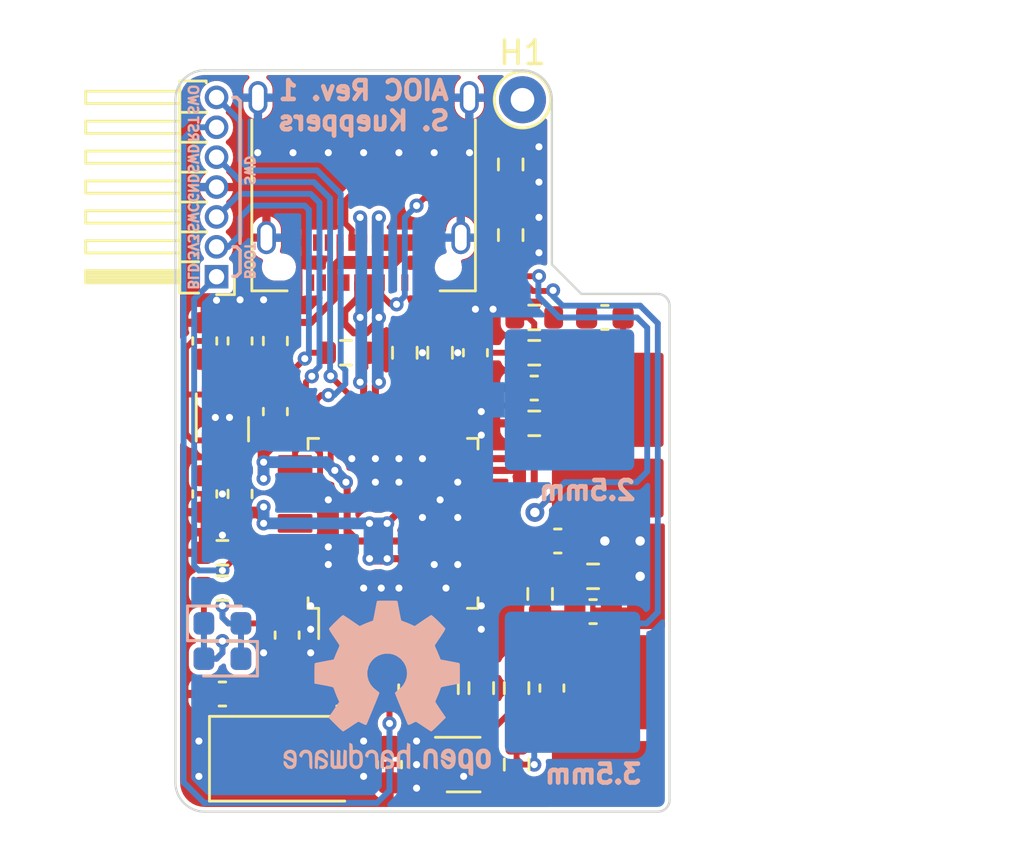
<source format=kicad_pcb>
(kicad_pcb (version 20211014) (generator pcbnew)
  (layers (0 "F.Cu" signal) (31 "B.Cu" signal) (34 "B.Paste" user) (35 "F.Paste" user) (36 "B.SilkS" user "B.Silkscreen") (37 "F.SilkS" user "F.Silkscreen") (38 "B.Mask" user) (39 "F.Mask" user) (44 "Edge.Cuts" user))
  (net 0 "")
  (net 1 "GND")
  (net 2 "/OSCIN")
  (net 3 "/OSCOUT")
  (net 13 "/SWCLK")
  (net 23 "/SWDIO")
  (net 24 "/USB-DP")
  (net 25 "/USB-DN")
  (net 26 "Net-(C3-Pad1)")
  (net 29 "+3V3")
  (net 30 "+3.3VA")
  (net 31 "/VIN")
  (net 32 "/VBUS")
  (net 33 "Net-(C12-Pad1)")
  (net 34 "Net-(C14-Pad1)")
  (net 35 "Net-(J1-PadB5)")
  (net 36 "Net-(J1-PadA5)")
  (net 37 "/USART-RX")
  (net 38 "Net-(Q1-Pad3)")
  (net 39 "Net-(Q1-Pad6)")
  (net 40 "/USART-TX")
  (net 41 "/PTT1")
  (net 42 "/PTT2")
  (net 43 "/AFIN")
  (net 44 "/RADIO-MIC")
  (net 45 "/RADIO-SPK")
  (net 46 "/AFOUT")
  (net 47 "/RADIO-RX-PTT1")
  (net 48 "/RADIO-TX")
  (net 49 "/RADIO-VP-PTT2")
  (net 50 "/NRST")
  (net 51 "/SWO")
  (net 52 "/BOOT0")
  (net 53 "Net-(D1-Pad1)")
  (net 54 "Net-(D1-Pad2)")
  (net 55 "Net-(R15-Pad2)")
  (net 56 "Net-(Q1-Pad2)")
  (net 57 "Net-(Q1-Pad5)")
  (net 60 "Net-(U1-Pad7)")
  (footprint "Resistor_SMD:R_0603_1608Metric" (layer "F.Cu") (at 119 102.25 -90)
    (fp_text reference "R2" hide)
    (fp_text value "2.2K")
  )
  (footprint "LED_SMD:LED_0603_1608Metric" (layer "F.Cu") (at 105.5 105 180)
    (fp_text reference "D2" hide)
    (fp_text value "RED")
  )
  (footprint "Capacitor_SMD:C_0603_1608Metric" (layer "F.Cu") (at 118.75 93.5 180)
    (fp_text reference "C11" hide)
    (fp_text value "10n/NP0")
  )
  (footprint "Resistor_SMD:R_0603_1608Metric" (layer "F.Cu") (at 105.5 102)
    (fp_text reference "R15" hide)
    (fp_text value "220R")
  )
  (footprint "Connector_USB:USB_C_Receptacle_Amphenol_12401610E4-2A" (layer "F.Cu") (at 111.5 84 180)
    (fp_text reference "J1" hide)
    (fp_text value "12401832E402A")
  )
  (footprint "Capacitor_SMD:C_0603_1608Metric" (layer "F.Cu") (at 105.5 106.5 180)
    (fp_text reference "C1" hide)
    (fp_text value "22p/NP0")
  )
  (footprint "LED_SMD:LED_0603_1608Metric" (layer "F.Cu") (at 105.5 103.5)
    (fp_text reference "D1" hide)
    (fp_text value "GREEN")
  )
  (footprint "Capacitor_SMD:C_0603_1608Metric" (layer "F.Cu") (at 113.5 106.25 -90)
    (fp_text reference "C9" hide)
    (fp_text value "100n")
  )
  (footprint "Capacitor_SMD:C_0603_1608Metric" (layer "F.Cu") (at 121.25 103)
    (fp_text reference "C12" hide)
    (fp_text value "100n")
  )
  (footprint "Resistor_SMD:R_0603_1608Metric" (layer "F.Cu") (at 118 109.5 -90)
    (fp_text reference "R13" hide)
    (fp_text value "22R")
  )
  (footprint "Inductor_SMD:L_0603_1608Metric" (layer "F.Cu") (at 107.75 91.5 90)
    (fp_text reference "FB2" hide)
    (fp_text value "600R@100MHz")
  )
  (footprint "Resistor_SMD:R_0603_1608Metric" (layer "F.Cu") (at 114.75 92 -90)
    (fp_text reference "R8" hide)
    (fp_text value "220R")
  )
  (footprint "Resistor_SMD:R_0603_1608Metric" (layer "F.Cu") (at 116.5 106.25 -90)
    (fp_text reference "R11" hide)
    (fp_text value "2.2K")
  )
  (footprint "Resistor_SMD:R_0603_1608Metric" (layer "F.Cu") (at 113.25 92 -90)
    (fp_text reference "R9" hide)
    (fp_text value "220R")
  )
  (footprint "Package_QFP:LQFP-48_7x7mm_P0.5mm" (layer "F.Cu") (at 112.75 99.25 90)
    (fp_text reference "U2" hide)
    (fp_text value "STM32F373CBTx")
  )
  (footprint "Capacitor_SMD:C_0603_1608Metric" (layer "F.Cu") (at 106.25 91.5 90)
    (fp_text reference "C6" hide)
    (fp_text value "4.7u/10V/X5R")
  )
  (footprint "Resistor_SMD:R_0603_1608Metric" (layer "F.Cu") (at 121.25 101.5 180)
    (fp_text reference "R4" hide)
    (fp_text value "220R")
  )
  (footprint "Inductor_SMD:L_0603_1608Metric" (layer "F.Cu") (at 106.25 98 90)
    (fp_text reference "FB1" hide)
    (fp_text value "600R@100MHz")
  )
  (footprint "Capacitor_SMD:C_0603_1608Metric" (layer "F.Cu") (at 104.75 91.5 90)
    (fp_text reference "C3" hide)
    (fp_text value "100n")
  )
  (footprint "Capacitor_SMD:C_0603_1608Metric" (layer "F.Cu") (at 110.5 106.5)
    (fp_text reference "C2" hide)
    (fp_text value "22p/NP0")
  )
  (footprint "Resistor_SMD:R_0603_1608Metric" (layer "F.Cu") (at 115 106.25 -90)
    (fp_text reference "R10" hide)
    (fp_text value "2.2K")
  )
  (footprint "Capacitor_SMD:C_0603_1608Metric" (layer "F.Cu") (at 107.75 94.5 90)
    (fp_text reference "C4" hide)
    (fp_text value "4.7u/10V/X5R")
  )
  (footprint "Resistor_SMD:R_0603_1608Metric" (layer "F.Cu") (at 110.75 92)
    (fp_text reference "R1" hide)
    (fp_text value "1.5K")
  )
  (footprint "Capacitor_SMD:C_0603_1608Metric" (layer "F.Cu") (at 104.75 98 -90)
    (fp_text reference "C5" hide)
    (fp_text value "4.7u/10V/X5R")
  )
  (footprint "Package_TO_SOT_SMD:SOT-363_SC-70-6" (layer "F.Cu") (at 115.75 109.5)
    (fp_text reference "Q1" hide)
    (fp_text value "BC847BS")
  )
  (footprint "Capacitor_SMD:C_0603_1608Metric" (layer "F.Cu") (at 121.75 90.5)
    (fp_text reference "C14" hide)
    (fp_text value "4.7u/10V/X5R")
  )
  (footprint "Resistor_SMD:R_0603_1608Metric" (layer "F.Cu") (at 118.75 90.5)
    (fp_text reference "R5" hide)
    (fp_text value "2.2K")
  )
  (footprint "Capacitor_SMD:C_0603_1608Metric" (layer "F.Cu") (at 112.6 109.5 -90)
    (fp_text reference "C15" hide)
    (fp_text value "100n")
  )
  (footprint "Capacitor_SMD:C_0603_1608Metric" (layer "F.Cu") (at 119.75 100)
    (fp_text reference "C7" hide)
    (fp_text value "4.7u/10V/X5R")
  )
  (footprint "Connector_PinHeader_1.27mm:PinHeader_1x07_P1.27mm_Horizontal" (layer "F.Cu") (at 105.25 88.77 180)
    (fp_text reference "J2" hide)
    (fp_text value "Conn_01x07_Male")
  )
  (footprint "Capacitor_SMD:C_0603_1608Metric" (layer "F.Cu") (at 108.25 104 -90)
    (fp_text reference "C8" hide)
    (fp_text value "100n")
  )
  (footprint "Package_DFN_QFN:Micrel_MLF-8-1EP_2x2mm_P0.5mm_EP0.6x1.2mm" (layer "F.Cu") (at 105.5 94.75 -90)
    (fp_text reference "U1" hide)
    (fp_text value "MIC5330-SSYML")
  )
  (footprint "Resistor_SMD:R_0603_1608Metric" (layer "F.Cu") (at 118.75 92)
    (fp_text reference "R16" hide)
    (fp_text value "5.1K")
  )
  (footprint "Resistor_SMD:R_0603_1608Metric" (layer "F.Cu") (at 118.75 95)
    (fp_text reference "R3" hide)
    (fp_text value "5.1K")
  )
  (footprint "Capacitor_SMD:C_0603_1608Metric" (layer "F.Cu") (at 116.25 92 90)
    (fp_text reference "C10" hide)
    (fp_text value "4.7u/10V/X5R")
  )
  (footprint "Resistor_SMD:R_0603_1608Metric" (layer "F.Cu") (at 105.5 100.5)
    (fp_text reference "R14" hide)
    (fp_text value "2.2K")
  )
  (footprint "Resistor_SMD:R_0603_1608Metric" (layer "F.Cu") (at 117.75 84 -90)
    (fp_text reference "R6" hide)
    (fp_text value "5.1K")
  )
  (footprint "TestPoint:TestPoint_THTPad_D2.0mm_Drill1.0mm" (layer "F.Cu") (at 118.25 81.25)
    (fp_text reference "H1")
    (fp_text value "MountingHole")
  )
  (footprint "Capacitor_SMD:C_0603_1608Metric" (layer "F.Cu") (at 119.5 106.25 -90)
    (fp_text reference "C13" hide)
    (fp_text value "4.7u/10V/X5R")
  )
  (footprint "Crystal:Crystal_SMD_5032-2Pin_5.0x3.2mm" (layer "F.Cu") (at 108 109.25)
    (fp_text reference "Y1" hide)
    (fp_text value "8MHz/20pF")
  )
  (footprint "Resistor_SMD:R_0603_1608Metric" (layer "F.Cu") (at 118 106.25 -90)
    (fp_text reference "R12" hide)
    (fp_text value "22R")
  )
  (footprint "Resistor_SMD:R_0603_1608Metric" (layer "F.Cu") (at 117.75 87 90)
    (fp_text reference "R7" hide)
    (fp_text value "5.1K")
  )
  (footprint "LED_SMD:LED_0603_1608Metric" (layer "B.Cu") (at 105.5 105 180)
    (fp_text reference "D4" hide)
    (fp_text value "N.M.")
  )
  (footprint "LED_SMD:LED_0603_1608Metric" (layer "B.Cu") (at 105.5 103.5)
    (fp_text reference "D3" hide)
    (fp_text value "N.M.")
  )
  (footprint "Symbol:OSHW-Logo2_9.8x8mm_SilkScreen" (layer "B.Cu") (at 112.5 106.25 180)
    (fp_text reference "REF**" hide)
    (fp_text value "OSHW-Logo2_9.8x8mm_SilkScreen" hide)
  )
  (gr_line (start 106.1 81.15) (end 106.25 81.3) (layer "B.SilkS") (width 0.15))
  (gr_line (start 106.1 87.5) (end 106.25 87.65) (layer "B.SilkS") (width 0.15))
  (gr_line (start 106.1 88.75) (end 106.25 88.6) (layer "B.SilkS") (width 0.15))
  (gr_line (start 106.1 88.75) (end 105.95 88.75) (layer "B.SilkS") (width 0.15))
  (gr_line (start 106.1 87.5) (end 105.95 87.5) (layer "B.SilkS") (width 0.15))
  (gr_line (start 106.1 81.15) (end 105.95 81.15) (layer "B.SilkS") (width 0.15))
  (gr_line (start 106.25 87.35) (end 106.25 81.3) (layer "B.SilkS") (width 0.15))
  (gr_line (start 106.25 88.6) (end 106.25 87.65) (layer "B.SilkS") (width 0.15))
  (gr_line (start 119.5 88.25) (end 119.5 81.25) (layer "Edge.Cuts") (width 0.1))
  (gr_line (start 103.5 110.25) (end 103.5 81.25) (layer "Edge.Cuts") (width 0.1))
  (gr_line (start 120.75 89.5) (end 124 89.5) (layer "Edge.Cuts") (width 0.1))
  (gr_line (start 124.5 90) (end 124.5 111) (layer "Edge.Cuts") (width 0.1))
  (gr_line (start 124 111.5) (end 104.75 111.5) (layer "Edge.Cuts") (width 0.1))
  (gr_arc (start 124.5 111) (mid 124.353553 111.353553) (end 124 111.5) (layer "Edge.Cuts") (width 0.1))
  (gr_line (start 120.75 89.5) (end 119.5 88.25) (layer "Edge.Cuts") (width 0.1))
  (gr_arc (start 118.25 80) (mid 119.133883 80.366117) (end 119.5 81.25) (layer "Edge.Cuts") (width 0.1))
  (gr_arc (start 103.5 81.25) (mid 103.866117 80.366117) (end 104.75 80) (layer "Edge.Cuts") (width 0.1))
  (gr_line (start 106 80) (end 118.25 80) (layer "Edge.Cuts") (width 0.1))
  (gr_arc (start 124 89.5) (mid 124.353553 89.646447) (end 124.5 90) (layer "Edge.Cuts") (width 0.1))
  (gr_line (start 106 80) (end 104.75 80) (layer "Edge.Cuts") (width 0.1))
  (gr_arc (start 104.75 111.5) (mid 103.866117 111.133883) (end 103.5 110.25) (layer "Edge.Cuts") (width 0.1))
  (gr_text "RST" (at 104.25 82.5 270) (layer "B.SilkS") (effects (font (size 0.4 0.4) (thickness 0.1)) (justify mirror)))
  (gr_text "SWD" (at 104.25 83.75 270) (layer "B.SilkS") (effects (font (size 0.4 0.4) (thickness 0.1)) (justify mirror)))
  (gr_text "SWO" (at 104.25 81.25 270) (layer "B.SilkS") (effects (font (size 0.4 0.4) (thickness 0.1)) (justify mirror)))
  (gr_text "GND" (at 104.25 85 270) (layer "B.SilkS") (effects (font (size 0.4 0.4) (thickness 0.1)) (justify mirror)))
  (gr_text "BLD" (at 104.25 88.75 270) (layer "B.SilkS") (effects (font (size 0.4 0.4) (thickness 0.1)) (justify mirror)))
  (gr_text "3V3" (at 104.25 87.5 270) (layer "B.SilkS") (effects (font (size 0.4 0.4) (thickness 0.1)) (justify mirror)))
  (gr_text "AIOC Rev. 1\nS. Kueppers" (at 111.5 81.5) (layer "B.SilkS") (effects (font (size 0.8 0.8) (thickness 0.2)) (justify mirror)))
  (gr_text "3.5mm" (at 121.25 109.9) (layer "B.SilkS") (effects (font (size 0.8 0.8) (thickness 0.2)) (justify mirror)))
  (gr_text "SWD" (at 106.65 84.25 270) (layer "B.SilkS") (effects (font (size 0.4 0.4) (thickness 0.1)) (justify mirror)))
  (gr_text "2.5mm" (at 121 97.85) (layer "B.SilkS") (effects (font (size 0.8 0.8) (thickness 0.2)) (justify mirror)))
  (gr_text "SWC" (at 104.25 86.25 270) (layer "B.SilkS") (effects (font (size 0.4 0.4) (thickness 0.1)) (justify mirror)))
  (gr_text "BOOT" (at 106.65 88.1 270) (layer "B.SilkS") (effects (font (size 0.4 0.4) (thickness 0.1)) (justify mirror)))
  (segment (start 108.75 89.02) (end 108.75 88.416813) (width 0.25) (layer "F.Cu") (net 1))
  (segment (start 113.5 102.5) (end 113.5 103.4125) (width 0.3) (layer "F.Cu") (net 1))
  (segment (start 105.75 93.775) (end 105.75 94.7) (width 0.25) (layer "F.Cu") (net 1))
  (segment (start 113 102) (end 113.5 102.5) (width 0.3) (layer "F.Cu") (net 1))
  (segment (start 105.75 94.7) (end 105.8 94.75) (width 0.25) (layer "F.Cu") (net 1))
  (segment (start 109.5 101.5) (end 110 101) (width 0.3) (layer "F.Cu") (net 1))
  (segment (start 114.5 87.32) (end 114.5 87.916813) (width 0.25) (layer "F.Cu") (net 1))
  (segment (start 109 87.32) (end 109 88.166813) (width 0.25) (layer "F.Cu") (net 1))
  (segment (start 114.5 87.916813) (end 114.25 88.166813) (width 0.25) (layer "F.Cu") (net 1))
  (segment (start 114.25 89.02) (end 114.25 88.166813) (width 0.25) (layer "F.Cu") (net 1))
  (segment (start 108.75 88.416813) (end 109 88.166813) (width 0.25) (layer "F.Cu") (net 1))
  (segment (start 108.5875 101.5) (end 109.5 101.5) (width 0.3) (layer "F.Cu") (net 1))
  (via (at 116.5 103.75) (size 0.6) (drill 0.3) (layers "F.Cu" "B.Cu") (net 1))
  (via (at 115.5 97.5) (size 0.6) (drill 0.3) (layers "F.Cu" "B.Cu") (net 1))
  (via (at 113 83.5) (size 0.6) (drill 0.3) (layers "F.Cu" "B.Cu") (net 1))
  (via (at 105.8 94.75) (size 0.6) (drill 0.3) (layers "F.Cu" "B.Cu") (net 1))
  (via (at 116.5 94.5) (size 0.6) (drill 0.3) (layers "F.Cu" "B.Cu") (net 1))
  (via (at 118.95 83.25) (size 0.6) (drill 0.3) (layers "F.Cu" "B.Cu") (net 1))
  (via (at 104.5 108.5) (size 0.6) (drill 0.3) (layers "F.Cu" "B.Cu") (net 1))
  (via (at 115 102) (size 0.6) (drill 0.3) (layers "F.Cu" "B.Cu") (net 1))
  (via (at 116.5 102.75) (size 0.6) (drill 0.3) (layers "F.Cu" "B.Cu") (net 1))
  (via (at 113 96.5) (size 0.6) (drill 0.3) (layers "F.Cu" "B.Cu") (net 1))
  (via (at 110 100.25) (size 0.6) (drill 0.3) (layers "F.Cu" "B.Cu") (net 1))
  (via (at 118.95 84.75) (size 0.6) (drill 0.3) (layers "F.Cu" "B.Cu") (net 1))
  (via (at 109.25 103.75) (size 0.6) (drill 0.3) (layers "F.Cu" "B.Cu") (net 1))
  (via (at 112.25 102) (size 0.6) (drill 0.3) (layers "F.Cu" "B.Cu") (net 1))
  (via (at 107.25 89.75) (size 0.6) (drill 0.3) (layers "F.Cu" "B.Cu") (net 1))
  (via (at 111.5 108.5) (size 0.6) (drill 0.3) (layers "F.Cu" "B.Cu") (net 1))
  (via (at 112 97.5) (size 0.6) (drill 0.3) (layers "F.Cu" "B.Cu") (net 1))
  (via (at 105.25 89.769502) (size 0.6) (drill 0.3) (layers "F.Cu" "B.Cu") (net 1))
  (via (at 105.5 98) (size 0.6) (drill 0.3) (layers "F.Cu" "B.Cu") (net 1))
  (via (at 123.25 100) (size 0.8) (drill 0.4) (layers "F.Cu" "B.Cu") (net 1))
  (via (at 110 98.25) (size 0.6) (drill 0.3) (layers "F.Cu" "B.Cu") (net 1))
  (via (at 114 99) (size 0.6) (drill 0.3) (layers "F.Cu" "B.Cu") (net 1))
  (via (at 116 83.5) (size 0.6) (drill 0.3) (layers "F.Cu" "B.Cu") (net 1))
  (via (at 113.75 110.5) (size 0.6) (drill 0.3) (layers "F.Cu" "B.Cu") (net 1))
  (via (at 109.25 102.75) (size 0.6) (drill 0.3) (layers "F.Cu" "B.Cu") (net 1))
  (via (at 114.5 101) (size 0.6) (drill 0.3) (layers "F.Cu" "B.Cu") (net 1))
  (via (at 113.75 109.5) (size 0.6) (drill 0.3) (layers "F.Cu" "B.Cu") (net 1))
  (via (at 106.99973 83.498631) (size 0.6) (drill 0.3) (layers "F.Cu" "B.Cu") (net 1))
  (via (at 105.5 99.75) (size 0.6) (drill 0.3) (layers "F.Cu" "B.Cu") (net 1))
  (via (at 110 101) (size 0.6) (drill 0.3) (layers "F.Cu" "B.Cu") (net 1))
  (via (at 104.5 110) (size 0.6) (drill 0.3) (layers "F.Cu" "B.Cu") (net 1))
  (via (at 117 90.15) (size 0.6) (drill 0.3) (layers "F.Cu" "B.Cu") (net 1))
  (via (at 114 92) (size 0.6) (drill 0.3) (layers "F.Cu" "B.Cu") (net 1))
  (via (at 113 97.5) (size 0.6) (drill 0.3) (layers "F.Cu" "B.Cu") (net 1))
  (via (at 113 102) (size 0.6) (drill 0.3) (layers "F.Cu" "B.Cu") (net 1))
  (via (at 106.25 89.75) (size 0.6) (drill 0.3) (layers "F.Cu" "B.Cu") (net 1))
  (via (at 107.25 104.75) (size 0.6) (drill 0.3) (layers "F.Cu" "B.Cu") (net 1))
  (via (at 121.75 100) (size 0.8) (drill 0.4) (layers "F.Cu" "B.Cu") (net 1))
  (via (at 116.5 95.5) (size 0.6) (drill 0.3) (layers "F.Cu" "B.Cu") (net 1))
  (via (at 111.5 110) (size 0.6) (drill 0.3) (layers "F.Cu" "B.Cu") (net 1))
  (via (at 114.75 98.25) (size 0.6) (drill 0.3) (layers "F.Cu" "B.Cu") (net 1))
  (via (at 115.75 110) (size 0.6) (drill 0.3) (layers "F.Cu" "B.Cu") (net 1))
  (via (at 114 96.5) (size 0.6) (drill 0.3) (layers "F.Cu" "B.Cu") (net 1))
  (via (at 116.25 90.15) (size 0.6) (drill 0.3) (layers "F.Cu" "B.Cu") (net 1))
  (via (at 113.75 108.5) (size 0.6) (drill 0.3) (layers "F.Cu" "B.Cu") (net 1))
  (via (at 114.49913 83.499207) (size 0.6) (drill 0.3) (layers "F.Cu" "B.Cu") (net 1))
  (via (at 112 96.5) (size 0.6) (drill 0.3) (layers "F.Cu" "B.Cu") (net 1))
  (via (at 108.5 83.5) (size 0.6) (drill 0.3) (layers "F.Cu" "B.Cu") (net 1))
  (via (at 105.2 94.75) (size 0.6) (drill 0.3) (layers "F.Cu" "B.Cu") (net 1))
  (via (at 111.5 83.5) (size 0.6) (drill 0.3) (layers "F.Cu" "B.Cu") (net 1))
  (via (at 123.25 101.5) (size 0.8) (drill 0.4) (layers "F.Cu" "B.Cu") (net 1))
  (via (at 115.5 99) (size 0.6) (drill 0.3) (layers "F.Cu" "B.Cu") (net 1))
  (via (at 111 96.5) (size 0.6) (drill 0.3) (layers "F.Cu" "B.Cu") (net 1))
  (via (at 115.5 101) (size 0.6) (drill 0.3) (layers "F.Cu" "B.Cu") (net 1))
  (via (at 111.5 102) (size 0.6) (drill 0.3) (layers "F.Cu" "B.Cu") (net 1))
  (via (at 118.95 86.25) (size 0.6) (drill 0.3) (layers "F.Cu" "B.Cu") (net 1))
  (via (at 109.25 104.75) (size 0.6) (drill 0.3) (layers "F.Cu" "B.Cu") (net 1))
  (via (at 115.5 92) (size 0.6) (drill 0.3) (layers "F.Cu" "B.Cu") (net 1))
  (via (at 118.95 87.75) (size 0.6) (drill 0.3) (layers "F.Cu" "B.Cu") (net 1))
  (via (at 110 83.5) (size 0.6) (drill 0.3) (layers "F.Cu" "B.Cu") (net 1))
  (segment (start 106.275 109.125) (end 106.15 109.25) (width 0.25) (layer "F.Cu") (net 2))
  (segment (start 111.363604 105) (end 109.972183 105) (width 0.25) (layer "F.Cu") (net 2))
  (segment (start 108.472183 106.5) (end 106.275 106.5) (width 0.25) (layer "F.Cu") (net 2))
  (segment (start 112 104.363604) (end 111.363604 105) (width 0.25) (layer "F.Cu") (net 2))
  (segment (start 106.275 106.5) (end 106.275 109.125) (width 0.25) (layer "F.Cu") (net 2))
  (segment (start 112 103.4125) (end 112 104.363604) (width 0.25) (layer "F.Cu") (net 2))
  (segment (start 109.972183 105) (end 108.472183 106.5) (width 0.25) (layer "F.Cu") (net 2))
  (segment (start 112.5 104.5) (end 111.55 105.45) (width 0.25) (layer "F.Cu") (net 3))
  (segment (start 111.55 105.45) (end 110.158579 105.45) (width 0.25) (layer "F.Cu") (net 3))
  (segment (start 109.75 106.5) (end 109.75 109.15) (width 0.25) (layer "F.Cu") (net 3))
  (segment (start 110.158579 105.45) (end 109.725 105.883579) (width 0.25) (layer "F.Cu") (net 3))
  (segment (start 109.725 105.883579) (end 109.725 106.5) (width 0.25) (layer "F.Cu") (net 3))
  (segment (start 112.5 103.4125) (end 112.5 104.5) (width 0.25) (layer "F.Cu") (net 3))
  (segment (start 109.75 109.15) (end 109.85 109.25) (width 0.25) (layer "F.Cu") (net 3))
  (segment (start 108.5875 96.2125) (end 108.5875 96.5) (width 0.25) (layer "F.Cu") (net 13))
  (segment (start 109.05 93.24954) (end 109.05 95.75) (width 0.25) (layer "F.Cu") (net 13))
  (segment (start 109.299068 93.000472) (end 109.05 93.24954) (width 0.25) (layer "F.Cu") (net 13))
  (segment (start 109.05 95.75) (end 108.5875 96.2125) (width 0.25) (layer "F.Cu") (net 13))
  (via (at 109.299068 93.000472) (size 0.6) (drill 0.3) (layers "F.Cu" "B.Cu") (net 13))
  (segment (start 109.625 85.625) (end 109.25 85.25) (width 0.25) (layer "B.Cu") (net 13))
  (segment (start 106.23 85.25) (end 105.25 86.23) (width 0.25) (layer "B.Cu") (net 13))
  (segment (start 109.299068 92.907552) (end 109.625 92.58162) (width 0.25) (layer "B.Cu") (net 13))
  (segment (start 109.625 92.58162) (end 109.625 85.625) (width 0.25) (layer "B.Cu") (net 13))
  (segment (start 109.299068 93.000472) (end 109.299068 92.907552) (width 0.25) (layer "B.Cu") (net 13))
  (segment (start 109.25 85.25) (end 106.23 85.25) (width 0.25) (layer "B.Cu") (net 13))
  (segment (start 110.098525 92.991979) (end 111 93.893454) (width 0.25) (layer "F.Cu") (net 23))
  (segment (start 111 93.893454) (end 111 95.0875) (width 0.25) (layer "F.Cu") (net 23))
  (via (at 110.098525 92.991979) (size 0.6) (drill 0.3) (layers "F.Cu" "B.Cu") (net 23))
  (segment (start 110.098525 92.991979) (end 110.0755 92.968954) (width 0.25) (layer "B.Cu") (net 23))
  (segment (start 106.31 84.75) (end 105.25 83.69) (width 0.25) (layer "B.Cu") (net 23))
  (segment (start 109.386396 84.75) (end 106.31 84.75) (width 0.25) (layer "B.Cu") (net 23))
  (segment (start 110.0755 85.439104) (end 109.386396 84.75) (width 0.25) (layer "B.Cu") (net 23))
  (segment (start 110.0755 92.968954) (end 110.0755 85.439104) (width 0.25) (layer "B.Cu") (net 23))
  (segment (start 111.575 92.625) (end 111.575 92) (width 0.25) (layer "F.Cu") (net 24))
  (segment (start 111.35 90.380761) (end 111.35 90.5) (width 0.3) (layer "F.Cu") (net 24))
  (segment (start 111.5 87.32) (end 111.5 86.4) (width 0.3) (layer "F.Cu") (net 24))
  (segment (start 111.35 93.25) (end 111.35 92.85) (width 0.25) (layer "F.Cu") (net 24))
  (segment (start 111.5 86.4) (end 111.35 86.25) (width 0.3) (layer "F.Cu") (net 24))
  (segment (start 111.35 92.85) (end 111.575 92.625) (width 0.25) (layer "F.Cu") (net 24))
  (segment (start 111.5 95.0875) (end 111.5 93.4) (width 0.3) (layer "F.Cu") (net 24))
  (segment (start 111.75 89.02) (end 111.75 89.980761) (width 0.3) (layer "F.Cu") (net 24))
  (segment (start 111.5 93.4) (end 111.35 93.25) (width 0.3) (layer "F.Cu") (net 24))
  (segment (start 111.75 89.980761) (end 111.35 90.380761) (width 0.3) (layer "F.Cu") (net 24))
  (via (at 111.35 86.25) (size 0.6) (drill 0.3) (layers "F.Cu" "B.Cu") (net 24))
  (via (at 111.35 90.5) (size 0.6) (drill 0.3) (layers "F.Cu" "B.Cu") (net 24))
  (via (at 111.35 93.25) (size 0.6) (drill 0.3) (layers "F.Cu" "B.Cu") (net 24))
  (segment (start 111.4 86.3) (end 111.4 93.2) (width 0.5) (layer "B.Cu") (net 24))
  (segment (start 111.35 86.25) (end 111.4 86.3) (width 0.5) (layer "B.Cu") (net 24))
  (segment (start 111.4 93.2) (end 111.35 93.25) (width 0.5) (layer "B.Cu") (net 24))
  (segment (start 112 95.0875) (end 112 93.4) (width 0.3) (layer "F.Cu") (net 25))
  (segment (start 110.7 90.769239) (end 111.080761 91.15) (width 0.3) (layer "F.Cu") (net 25))
  (segment (start 112 86.4) (end 112.15 86.25) (width 0.3) (layer "F.Cu") (net 25))
  (segment (start 111.619239 91.15) (end 112.15 90.619239) (width 0.3) (layer "F.Cu") (net 25))
  (segment (start 111.080761 91.15) (end 111.619239 91.15) (width 0.3) (layer "F.Cu") (net 25))
  (segment (start 112 87.32) (end 112 86.4) (width 0.3) (layer "F.Cu") (net 25))
  (segment (start 111.25 89.02) (end 111.25 89.680761) (width 0.3) (layer "F.Cu") (net 25))
  (segment (start 112 93.4) (end 112.15 93.25) (width 0.3) (layer "F.Cu") (net 25))
  (segment (start 110.7 90.230761) (end 110.7 90.769239) (width 0.3) (layer "F.Cu") (net 25))
  (segment (start 111.25 89.680761) (end 110.7 90.230761) (width 0.3) (layer "F.Cu") (net 25))
  (segment (start 112.15 90.619239) (end 112.15 90.5) (width 0.3) (layer "F.Cu") (net 25))
  (via (at 112.15 86.25) (size 0.6) (drill 0.3) (layers "F.Cu" "B.Cu") (net 25))
  (via (at 112.15 90.5) (size 0.6) (drill 0.3) (layers "F.Cu" "B.Cu") (net 25))
  (via (at 112.15 93.25) (size 0.6) (drill 0.3) (layers "F.Cu" "B.Cu") (net 25))
  (segment (start 112.1 93.2) (end 112.15 93.25) (width 0.5) (layer "B.Cu") (net 25))
  (segment (start 112.1 86.3) (end 112.1 93.2) (width 0.5) (layer "B.Cu") (net 25))
  (segment (start 112.15 86.25) (end 112.1 86.3) (width 0.5) (layer "B.Cu") (net 25))
  (segment (start 105.25 93.775) (end 105.25 93.25) (width 0.25) (layer "F.Cu") (net 26))
  (segment (start 105.25 93.25) (end 104.75 92.75) (width 0.25) (layer "F.Cu") (net 26))
  (segment (start 104.75 92.75) (end 104.75 92.275) (width 0.25) (layer "F.Cu") (net 26))
  (segment (start 110.1 96.85) (end 110.75 97.5) (width 0.25) (layer "F.Cu") (net 29))
  (segment (start 110 102.25) (end 110.5 101.75) (width 0.3) (layer "F.Cu") (net 29))
  (segment (start 110.8 99.3) (end 110.8 101.45) (width 0.3) (layer "F.Cu") (net 29))
  (segment (start 108.25 102.75) (end 108.5875 102.4125) (width 0.25) (layer "F.Cu") (net 29))
  (segment (start 106.525 95.725) (end 107 95.25) (width 0.25) (layer "F.Cu") (net 29))
  (segment (start 110.25 102) (end 108.5875 102) (width 0.3) (layer "F.Cu") (net 29))
  (segment (start 110.8 99.55) (end 110.8 99.3) (width 0.3) (layer "F.Cu") (net 29))
  (segment (start 109.25 92) (end 109.925 92) (width 0.25) (layer "F.Cu") (net 29))
  (segment (start 107.25 96.25) (end 107.75 95.75) (width 0.5) (layer "F.Cu") (net 29))
  (segment (start 107.725 95.25) (end 107.75 95.275) (width 0.25) (layer "F.Cu") (net 29))
  (segment (start 109 92.25) (end 108.6 92.65) (width 0.25) (layer "F.Cu") (net 29))
  (segment (start 110 95.0875) (end 110 95.972919) (width 0.25) (layer "F.Cu") (net 29))
  (segment (start 107.75 95.275) (end 108.225 95.275) (width 0.25) (layer "F.Cu") (net 29))
  (segment (start 110.2745 97) (end 110.8 97.5255) (width 0.3) (layer "F.Cu") (net 29))
  (segment (start 116.9125 100) (end 111.25 100) (width 0.3) (layer "F.Cu") (net 29))
  (segment (start 111.25 100) (end 110.8 99.55) (width 0.3) (layer "F.Cu") (net 29))
  (segment (start 107.25 97.35) (end 107.25 96.25) (width 0.5) (layer "F.Cu") (net 29))
  (segment (start 110.8 97.5255) (end 110.8 99.3) (width 0.3) (layer "F.Cu") (net 29))
  (segment (start 108.6 92.65) (end 109.25 92) (width 0.25) (layer "F.Cu") (net 29))
  (segment (start 106.25 95.725) (end 106.525 95.725) (width 0.25) (layer "F.Cu") (net 29))
  (segment (start 107.75 95.75) (end 107.75 95.275) (width 0.5) (layer "F.Cu") (net 29))
  (segment (start 116.9125 100) (end 118.975 100) (width 0.3) (layer "F.Cu") (net 29))
  (segment (start 110.5 101.75) (end 110.25 102) (width 0.3) (layer "F.Cu") (net 29))
  (segment (start 110 95.972919) (end 110.1 96.072919) (width 0.25) (layer "F.Cu") (net 29))
  (segment (start 108.25 103.225) (end 108.25 102.75) (width 0.25) (layer "F.Cu") (net 29))
  (segment (start 107 95.25) (end 107.725 95.25) (width 0.25) (layer "F.Cu") (net 29))
  (segment (start 110 103.4125) (end 110 102.25) (width 0.3) (layer "F.Cu") (net 29))
  (segment (start 108.6 94.9) (end 108.6 92.65) (width 0.25) (layer "F.Cu") (net 29))
  (segment (start 110.8 101.45) (end 110.5 101.75) (width 0.3) (layer "F.Cu") (net 29))
  (segment (start 108.225 95.275) (end 108.6 94.9) (width 0.25) (layer "F.Cu") (net 29))
  (segment (start 110.1 96.072919) (end 110.1 96.85) (width 0.25) (layer "F.Cu") (net 29))
  (segment (start 108.5875 102.4125) (end 108.5875 102) (width 0.25) (layer "F.Cu") (net 29))
  (via (at 110.2745 97) (size 0.6) (drill 0.3) (layers "F.Cu" "B.Cu") (net 29))
  (via (at 110.75 97.5) (size 0.6) (drill 0.3) (layers "F.Cu" "B.Cu") (net 29))
  (via (at 109 92.25) (size 0.6) (drill 0.3) (layers "F.Cu" "B.Cu") (net 29))
  (via (at 107.25 96.65) (size 0.6) (drill 0.3) (layers "F.Cu" "B.Cu") (net 29))
  (via (at 107.25 97.35) (size 0.6) (drill 0.3) (layers "F.Cu" "B.Cu") (net 29))
  (segment (start 106.25 87) (end 105.75 87.5) (width 0.25) (layer "B.Cu") (net 29))
  (segment (start 106.75 85.75) (end 106.25 86.25) (width 0.25) (layer "B.Cu") (net 29))
  (segment (start 109.175 92.075) (end 109.175 85.925) (width 0.25) (layer "B.Cu") (net 29))
  (segment (start 110.2745 97) (end 110.25 97) (width 0.5) (layer "B.Cu") (net 29))
  (segment (start 106.25 86.25) (end 106.25 87) (width 0.25) (layer "B.Cu") (net 29))
  (segment (start 109 92.25) (end 109.175 92.075) (width 0.25) (layer "B.Cu") (net 29))
  (segment (start 107.25 96.65) (end 107.25 97.35) (width 0.5) (layer "B.Cu") (net 29))
  (segment (start 109.175 85.925) (end 109 85.75) (width 0.25) (layer "B.Cu") (net 29))
  (segment (start 110.25 97) (end 110.75 97.5) (width 0.5) (layer "B.Cu") (net 29))
  (segment (start 107.25 96.65) (end 109.9 96.65) (width 0.5) (layer "B.Cu") (net 29))
  (segment (start 109.9 96.65) (end 110.75 97.5) (width 0.5) (layer "B.Cu") (net 29))
  (segment (start 109 85.75) (end 106.75 85.75) (width 0.25) (layer "B.Cu") (net 29))
  (segment (start 105.75 87.5) (end 105.25 87.5) (width 0.25) (layer "B.Cu") (net 29))
  (segment (start 107.25 98.55) (end 107.25 99) (width 0.5) (layer "F.Cu") (net 30))
  (segment (start 116 96.5) (end 115.25 96.5) (width 0.3) (layer "F.Cu") (net 30))
  (segment (start 112.5 100.75) (end 113 100.75) (width 0.3) (layer "F.Cu") (net 30))
  (segment (start 112.5 100.75) (end 111.75 100.75) (width 0.5) (layer "F.Cu") (net 30))
  (segment (start 114 103.4125) (end 114 104.5) (width 0.3) (layer "F.Cu") (net 30))
  (segment (start 115.5 95.0875) (end 115.5 96.25) (width 0.3) (layer "F.Cu") (net 30))
  (segment (start 116.9125 96.5) (end 116 96.5) (width 0.3) (layer "F.Cu") (net 30))
  (segment (start 113 100.75) (end 114 101.75) (width 0.3) (layer "F.Cu") (net 30))
  (segment (start 107.0375 98.7875) (end 107.25 99) (width 0.5) (layer "F.Cu") (net 30))
  (segment (start 116.25 92.25) (end 116.25 92.775) (width 0.25) (layer "F.Cu") (net 30))
  (segment (start 115.25 96.5) (end 113.25 98.5) (width 0.3) (layer "F.Cu") (net 30))
  (segment (start 116.25 93.5) (end 116.25 92.8625) (width 0.3) (layer "F.Cu") (net 30))
  (segment (start 117.925 92) (end 116.5 92) (width 0.25) (layer "F.Cu") (net 30))
  (segment (start 112.5 99.25) (end 111.75 99.25) (width 0.5) (layer "F.Cu") (net 30))
  (segment (start 113.25 98.5) (end 112.5 99.25) (width 0.3) (layer "F.Cu") (net 30))
  (segment (start 113.5 105) (end 113.5 105.3875) (width 0.3) (layer "F.Cu") (net 30))
  (segment (start 115.5 95.0875) (end 115.5 94.25) (width 0.3) (layer "F.Cu") (net 30))
  (segment (start 114 101.75) (end 114 103.4125) (width 0.3) (layer "F.Cu") (net 30))
  (segment (start 106.25 98.7875) (end 107.0375 98.7875) (width 0.5) (layer "F.Cu") (net 30))
  (segment (start 116.5 92) (end 116.25 92.25) (width 0.25) (layer "F.Cu") (net 30))
  (segment (start 107.25 99) (end 107.25 99.25) (width 0.5) (layer "F.Cu") (net 30))
  (segment (start 115.5 94.25) (end 116.25 93.5) (width 0.3) (layer "F.Cu") (net 30))
  (segment (start 114 104.5) (end 113.5 105) (width 0.3) (layer "F.Cu") (net 30))
  (segment (start 115.5 96.25) (end 115.25 96.5) (width 0.3) (layer "F.Cu") (net 30))
  (via (at 111.75 99.25) (size 0.6) (drill 0.3) (layers "F.Cu" "B.Cu") (net 30))
  (via (at 112.5 99.25) (size 0.6) (drill 0.3) (layers "F.Cu" "B.Cu") (net 30))
  (via (at 107.25 99.25) (size 0.6) (drill 0.3) (layers "F.Cu" "B.Cu") (net 30))
  (via (at 111.75 100.75) (size 0.6) (drill 0.3) (layers "F.Cu" "B.Cu") (net 30))
  (via (at 107.25 98.55) (size 0.6) (drill 0.3) (layers "F.Cu" "B.Cu") (net 30))
  (via (at 112.5 100.75) (size 0.6) (drill 0.3) (layers "F.Cu" "B.Cu") (net 30))
  (segment (start 112.5 99.25) (end 112.5 100.75) (width 0.5) (layer "B.Cu") (net 30))
  (segment (start 107.25 99.25) (end 107.25 98.55) (width 0.5) (layer "B.Cu") (net 30))
  (segment (start 112.1 99.25) (end 112.1 100.75) (width 0.5) (layer "B.Cu") (net 30))
  (segment (start 111.75 99.25) (end 112.25 99.25) (width 0.5) (layer "B.Cu") (net 30))
  (segment (start 111.75 99.25) (end 111.75 100.75) (width 0.5) (layer "B.Cu") (net 30))
  (segment (start 111.75 99.25) (end 107.25 99.25) (width 0.5) (layer "B.Cu") (net 30))
  (segment (start 112.25 99.25) (end 112.5 99.25) (width 0.5) (layer "B.Cu") (net 30))
  (segment (start 103.95 91.8) (end 104.25 91.5) (width 0.25) (layer "F.Cu") (net 31))
  (segment (start 103.95 93.7) (end 103.95 91.8) (width 0.25) (layer "F.Cu") (net 31))
  (segment (start 106.2625 92.2875) (end 106.25 92.275) (width 0.5) (layer "F.Cu") (net 31))
  (segment (start 104.025 93.775) (end 103.95 93.7) (width 0.25) (layer "F.Cu") (net 31))
  (segment (start 107.75 92.2875) (end 106.2625 92.2875) (width 0.5) (layer "F.Cu") (net 31))
  (segment (start 104.25 91.5) (end 106 91.5) (width 0.25) (layer "F.Cu") (net 31))
  (segment (start 103.95 95.45) (end 103.95 93.7) (width 0.25) (layer "F.Cu") (net 31))
  (segment (start 104.75 93.775) (end 104.025 93.775) (width 0.25) (layer "F.Cu") (net 31))
  (segment (start 106 91.5) (end 106.25 91.75) (width 0.25) (layer "F.Cu") (net 31))
  (segment (start 106.25 91.75) (end 106.25 92.275) (width 0.25) (layer "F.Cu") (net 31))
  (segment (start 104 95.5) (end 103.95 95.45) (width 0.25) (layer "F.Cu") (net 31))
  (segment (start 106.25 93.775) (end 106.25 92.275) (width 0.25) (layer "F.Cu") (net 31))
  (segment (start 104.75 95.725) (end 104.225 95.725) (width 0.25) (layer "F.Cu") (net 31))
  (segment (start 104.225 95.725) (end 104 95.5) (width 0.25) (layer "F.Cu") (net 31))
  (segment (start 110.5 88.04) (end 113 88.04) (width 0.3) (layer "F.Cu") (net 32))
  (segment (start 109.2575 90.7125) (end 108.25 90.7125) (width 0.3) (layer "F.Cu") (net 32))
  (segment (start 110.25 89.02) (end 110.25 89.72) (width 0.3) (layer "F.Cu") (net 32))
  (segment (start 110.5 87.32) (end 110.5 88.04) (width 0.3) (layer "F.Cu") (net 32))
  (segment (start 110.5 88.04) (end 110.25 88.29) (width 0.3) (layer "F.Cu") (net 32))
  (segment (start 112.75 89.02) (end 112.75 88.29) (width 0.3) (layer "F.Cu") (net 32))
  (segment (start 113 87.32) (end 113 88.04) (width 0.3) (layer "F.Cu") (net 32))
  (segment (start 112.75 88.29) (end 113 88.04) (width 0.3) (layer "F.Cu") (net 32))
  (segment (start 110.25 89.02) (end 110.25 88.29) (width 0.3) (layer "F.Cu") (net 32))
  (segment (start 110.25 89.72) (end 109.2575 90.7125) (width 0.3) (layer "F.Cu") (net 32))
  (segment (start 112.75 88.29) (end 110.25 88.29) (width 0.3) (layer "F.Cu") (net 32))
  (segment (start 120.4 103.075) (end 120.475 103) (width 0.25) (layer "F.Cu") (net 33))
  (segment (start 119.5 105.475) (end 119.5 104.5) (width 0.25) (layer "F.Cu") (net 33))
  (segment (start 120.425 102.9625) (end 120.3875 103) (width 0.3) (layer "F.Cu") (net 33))
  (segment (start 119 104) (end 119 103.075) (width 0.25) (layer "F.Cu") (net 33))
  (segment (start 119 103.075) (end 120.4 103.075) (width 0.25) (layer "F.Cu") (net 33))
  (segment (start 119.5 104.5) (end 119 104) (width 0.25) (layer "F.Cu") (net 33))
  (segment (start 120.425 101.5) (end 120.425 102.9625) (width 0.3) (layer "F.Cu") (net 33))
  (segment (start 120.975 90.5) (end 119.575 90.5) (width 0.25) (layer "F.Cu") (net 34))
  (segment (start 111 86.783884) (end 111 87.32) (width 0.25) (layer "F.Cu") (net 35))
  (segment (start 111.425 84.825) (end 110.725 85.525) (width 0.25) (layer "F.Cu") (net 35))
  (segment (start 110.725 85.525) (end 110.725 86.508884) (width 0.25) (layer "F.Cu") (net 35))
  (segment (start 117.75 84.825) (end 111.425 84.825) (width 0.25) (layer "F.Cu") (net 35))
  (segment (start 110.725 86.508884) (end 111 86.783884) (width 0.25) (layer "F.Cu") (net 35))
  (segment (start 112.6495 89.942499) (end 112.25 89.542999) (width 0.25) (layer "F.Cu") (net 36))
  (segment (start 112.25 89.542999) (end 112.25 89.02) (width 0.25) (layer "F.Cu") (net 36))
  (segment (start 114.075 85.425) (end 116.175 85.425) (width 0.25) (layer "F.Cu") (net 36))
  (segment (start 116.925 86.175) (end 117.75 86.175) (width 0.25) (layer "F.Cu") (net 36))
  (segment (start 113.75 85.75) (end 114.075 85.425) (width 0.25) (layer "F.Cu") (net 36))
  (segment (start 116.175 85.425) (end 116.925 86.175) (width 0.25) (layer "F.Cu") (net 36))
  (via (at 113.75 85.75) (size 0.6) (drill 0.3) (layers "F.Cu" "B.Cu") (net 36))
  (via (at 112.8995 89.942499) (size 0.6) (drill 0.3) (layers "F.Cu" "B.Cu") (net 36))
  (segment (start 113.25 89.591999) (end 112.8995 89.942499) (width 0.25) (layer "B.Cu") (net 36))
  (segment (start 113.25 86.25) (end 113.25 89.591999) (width 0.25) (layer "B.Cu") (net 36))
  (segment (start 113.75 85.75) (end 113.25 86.25) (width 0.25) (layer "B.Cu") (net 36))
  (segment (start 112.5 94.113604) (end 113.25 93.363604) (width 0.25) (layer "F.Cu") (net 37))
  (segment (start 113.25 93.363604) (end 113.25 92.9125) (width 0.25) (layer "F.Cu") (net 37))
  (segment (start 112.5 95.0875) (end 112.5 94.113604) (width 0.25) (layer "F.Cu") (net 37))
  (segment (start 117.1625 110.75) (end 117.5 110.4125) (width 0.25) (layer "F.Cu") (net 38))
  (segment (start 114.8 110.15) (end 114.8 110.55) (width 0.25) (layer "F.Cu") (net 38))
  (segment (start 114.8 110.55) (end 115 110.75) (width 0.25) (layer "F.Cu") (net 38))
  (segment (start 115 110.75) (end 117.1625 110.75) (width 0.25) (layer "F.Cu") (net 38))
  (segment (start 117.5 110.4125) (end 118 110.4125) (width 0.25) (layer "F.Cu") (net 38))
  (segment (start 117.925 107.075) (end 118 107.075) (width 0.25) (layer "F.Cu") (net 39))
  (segment (start 116.7 108.85) (end 116.7 108.3) (width 0.25) (layer "F.Cu") (net 39))
  (segment (start 116.7 108.3) (end 117.925 107.075) (width 0.25) (layer "F.Cu") (net 39))
  (segment (start 113.5 93.75) (end 114.5 93.75) (width 0.25) (layer "F.Cu") (net 40))
  (segment (start 114.75 93.5) (end 114.75 92.9125) (width 0.25) (layer "F.Cu") (net 40))
  (segment (start 113 94.25) (end 113.5 93.75) (width 0.25) (layer "F.Cu") (net 40))
  (segment (start 114.5 93.75) (end 114.75 93.5) (width 0.25) (layer "F.Cu") (net 40))
  (segment (start 113 95.0875) (end 113 94.25) (width 0.25) (layer "F.Cu") (net 40))
  (segment (start 116.5 104.75) (end 116.5 105.3375) (width 0.25) (layer "F.Cu") (net 41))
  (segment (start 115.25 104.5) (end 116.25 104.5) (width 0.25) (layer "F.Cu") (net 41))
  (segment (start 116.25 104.5) (end 116.5 104.75) (width 0.25) (layer "F.Cu") (net 41))
  (segment (start 115 104.25) (end 115.25 104.5) (width 0.25) (layer "F.Cu") (net 41))
  (segment (start 115 103.4125) (end 115 104.25) (width 0.25) (layer "F.Cu") (net 41))
  (segment (start 115 104.886396) (end 115 105.425) (width 0.25) (layer "F.Cu") (net 42))
  (segment (start 114.5 103.4125) (end 114.5 104.386396) (width 0.25) (layer "F.Cu") (net 42))
  (segment (start 114.5 104.386396) (end 115 104.886396) (width 0.25) (layer "F.Cu") (net 42))
  (segment (start 118.75 96.6) (end 119.575 95.775) (width 0.3) (layer "F.Cu") (net 43))
  (segment (start 118.75 91.75) (end 119 92) (width 0.25) (layer "F.Cu") (net 43))
  (segment (start 118.5 90.5) (end 118.75 90.75) (width 0.25) (layer "F.Cu") (net 43))
  (segment (start 119 92) (end 119.575 92) (width 0.25) (layer "F.Cu") (net 43))
  (segment (start 119.575 95.775) (end 119.575 92) (width 0.3) (layer "F.Cu") (net 43))
  (segment (start 117.925 90.5) (end 118.5 90.5) (width 0.25) (layer "F.Cu") (net 43))
  (segment (start 118.75 97.75) (end 118.75 96.6) (width 0.3) (layer "F.Cu") (net 43))
  (segment (start 118 98.5) (end 118.75 97.75) (width 0.3) (layer "F.Cu") (net 43))
  (segment (start 116.9125 98.5) (end 118 98.5) (width 0.3) (layer "F.Cu") (net 43))
  (segment (start 118.75 90.75) (end 118.75 91.75) (width 0.25) (layer "F.Cu") (net 43))
  (segment (start 119.5 107.025) (end 119.5 107.75) (width 0.25) (layer "F.Cu") (net 44))
  (segment (start 119.5 107.75) (end 120 108.25) (width 0.25) (layer "F.Cu") (net 44))
  (segment (start 120 108.25) (end 120 109.75) (width 0.25) (layer "F.Cu") (net 44))
  (segment (start 122.525 93.225) (end 122.5 93.25) (width 0.25) (layer "F.Cu") (net 45))
  (segment (start 122.525 90.5) (end 122.525 93.225) (width 0.25) (layer "F.Cu") (net 45))
  (segment (start 118.925 101.5) (end 119 101.425) (width 0.25) (layer "F.Cu") (net 46))
  (segment (start 116.9125 101.5) (end 118.925 101.5) (width 0.25) (layer "F.Cu") (net 46))
  (segment (start 119.525 89.375) (end 118.691116 89.375) (width 0.25) (layer "F.Cu") (net 47))
  (segment (start 118.691116 89.375) (end 118.516116 89.2) (width 0.25) (layer "F.Cu") (net 47))
  (segment (start 116.166116 89.2) (end 114.75 90.616116) (width 0.25) (layer "F.Cu") (net 47))
  (segment (start 118.25 109.5) (end 118 109.25) (width 0.25) (layer "F.Cu") (net 47))
  (segment (start 119.55 89.35) (end 119.525 89.375) (width 0.25) (layer "F.Cu") (net 47))
  (segment (start 114.75 90.616116) (end 114.75 91.0875) (width 0.25) (layer "F.Cu") (net 47))
  (segment (start 118.75 109.5) (end 118.25 109.5) (width 0.25) (layer "F.Cu") (net 47))
  (segment (start 118.516116 89.2) (end 116.166116 89.2) (width 0.25) (layer "F.Cu") (net 47))
  (segment (start 118 109.25) (end 118 108.5875) (width 0.25) (layer "F.Cu") (net 47))
  (via (at 118.75 109.5) (size 0.6) (drill 0.3) (layers "F.Cu" "B.Cu") (net 47))
  (via (at 119.55 89.35) (size 0.6) (drill 0.3) (layers "F.Cu" "B.Cu") (net 47))
  (segment (start 119.55 89.35) (end 119.55 89.597488) (width 0.25) (layer "B.Cu") (net 47))
  (segment (start 119.952512 90) (end 123.25 90) (width 0.25) (layer "B.Cu") (net 47))
  (segment (start 118.75 109.5) (end 118.75 108.75) (width 0.25) (layer "B.Cu") (net 47))
  (segment (start 123.25 90) (end 124 90.75) (width 0.25) (layer "B.Cu") (net 47))
  (segment (start 124 103.025) (end 123.525 103.5) (width 0.25) (layer "B.Cu") (net 47))
  (segment (start 123.525 103.5) (end 123 103.5) (width 0.25) (layer "B.Cu") (net 47))
  (segment (start 119.55 89.597488) (end 119.952512 90) (width 0.25) (layer "B.Cu") (net 47))
  (segment (start 124 90.75) (end 124 103.025) (width 0.25) (layer "B.Cu") (net 47))
  (segment (start 118.95 88.75) (end 115.97972 88.75) (width 0.25) (layer "F.Cu") (net 48))
  (segment (start 113.5 90.25) (end 113.25 90.5) (width 0.25) (layer "F.Cu") (net 48))
  (segment (start 119.309954 98.25) (end 120.45 98.25) (width 0.25) (layer "F.Cu") (net 48))
  (segment (start 114.47972 90.25) (end 113.5 90.25) (width 0.25) (layer "F.Cu") (net 48))
  (segment (start 118.77604 98.783914) (end 119.309954 98.25) (width 0.25) (layer "F.Cu") (net 48))
  (segment (start 113.25 90.5) (end 113.25 91.0875) (width 0.25) (layer "F.Cu") (net 48))
  (segment (start 115.97972 88.75) (end 114.47972 90.25) (width 0.25) (layer "F.Cu") (net 48))
  (via (at 118.95 88.75) (size 0.6) (drill 0.3) (layers "F.Cu" "B.Cu") (net 48))
  (via (at 118.77604 98.783914) (size 0.8) (drill 0.4) (layers "F.Cu" "B.Cu") (net 48))
  (segment (start 118.77604 98.783914) (end 120.059954 97.5) (width 0.25) (layer "B.Cu") (net 48))
  (segment (start 123.1 97.5) (end 123.55 97.05) (width 0.25) (layer "B.Cu") (net 48))
  (segment (start 120.059954 97.5) (end 123.1 97.5) (width 0.25) (layer "B.Cu") (net 48))
  (segment (start 123.55 97.05) (end 123.55 90.936396) (width 0.25) (layer "B.Cu") (net 48))
  (segment (start 119.816116 90.5) (end 118.925 89.608884) (width 0.25) (layer "B.Cu") (net 48))
  (segment (start 118.925 89.608884) (end 118.925 88.775) (width 0.25) (layer "B.Cu") (net 48))
  (segment (start 123.55 90.936396) (end 123.113604 90.5) (width 0.25) (layer "B.Cu") (net 48))
  (segment (start 123.113604 90.5) (end 119.816116 90.5) (width 0.25) (layer "B.Cu") (net 48))
  (segment (start 118.925 88.775) (end 118.95 88.75) (width 0.25) (layer "B.Cu") (net 48))
  (segment (start 118.25 106.25) (end 122 106.25) (width 0.25) (layer "F.Cu") (net 49))
  (segment (start 118 105.3375) (end 118 106) (width 0.25) (layer "F.Cu") (net 49))
  (segment (start 118 106) (end 118.25 106.25) (width 0.25) (layer "F.Cu") (net 49))
  (segment (start 112.6 108.725) (end 112.6 107.75) (width 0.25) (layer "F.Cu") (net 50))
  (segment (start 113 104.722183) (end 112.6 105.122183) (width 0.25) (layer "F.Cu") (net 50))
  (segment (start 112.6 107.25) (end 112.6 107.75) (width 0.25) (layer "F.Cu") (net 50))
  (segment (start 113 103.4125) (end 113 104.722183) (width 0.25) (layer "F.Cu") (net 50))
  (segment (start 112.6 105.122183) (end 112.6 107.4) (width 0.25) (layer "F.Cu") (net 50))
  (via (at 112.6 107.75) (size 0.6) (drill 0.3) (layers "F.Cu" "B.Cu") (net 50))
  (segment (start 112.075 111.125) (end 104.725 111.125) (width 0.25) (layer "B.Cu") (net 50))
  (segment (start 103.85 110.25) (end 103.85 82.9) (width 0.25) (layer "B.Cu") (net 50))
  (segment (start 104.725 111.125) (end 103.85 110.25) (width 0.25) (layer "B.Cu") (net 50))
  (segment (start 112.6 107.75) (end 112.6 110.6) (width 0.25) (layer "B.Cu") (net 50))
  (segment (start 104.33 82.42) (end 105.25 82.42) (width 0.25) (layer "B.Cu") (net 50))
  (segment (start 112.6 110.6) (end 112.075 111.125) (width 0.25) (layer "B.Cu") (net 50))
  (segment (start 103.85 82.9) (end 104.33 82.42) (width 0.25) (layer "B.Cu") (net 50))
  (segment (start 109.65 97.240685) (end 109.390685 97.5) (width 0.25) (layer "F.Cu") (net 51))
  (segment (start 109.5 96.109315) (end 109.65 96.259315) (width 0.25) (layer "F.Cu") (net 51))
  (segment (start 109.5 94) (end 109.5 96.109315) (width 0.25) (layer "F.Cu") (net 51))
  (segment (start 109.700497 93.799503) (end 109.5 94) (width 0.25) (layer "F.Cu") (net 51))
  (segment (start 109.390685 97.5) (end 108.5875 97.5) (width 0.25) (layer "F.Cu") (net 51))
  (segment (start 109.65 96.259315) (end 109.65 97.240685) (width 0.25) (layer "F.Cu") (net 51))
  (segment (start 110 93.799503) (end 109.700497 93.799503) (width 0.25) (layer "F.Cu") (net 51))
  (via (at 110 93.799503) (size 0.6) (drill 0.3) (layers "F.Cu" "B.Cu") (net 51))
  (segment (start 106.25 83.816392) (end 106.25 82.15) (width 0.25) (layer "B.Cu") (net 51))
  (segment (start 110.25 93.799503) (end 110.723525 93.325978) (width 0.25) (layer "B.Cu") (net 51))
  (segment (start 110.723525 92.733095) (end 110.5255 92.53507) (width 0.25) (layer "B.Cu") (net 51))
  (segment (start 110 93.799503) (end 110.25 93.799503) (width 0.25) (layer "B.Cu") (net 51))
  (segment (start 110.723525 93.325978) (end 110.723525 92.733095) (width 0.25) (layer "B.Cu") (net 51))
  (segment (start 110.5255 85.252708) (end 109.522792 84.25) (width 0.25) (layer "B.Cu") (net 51))
  (segment (start 110.5255 92.53507) (end 110.5255 85.252708) (width 0.25) (layer "B.Cu") (net 51))
  (segment (start 106.683608 84.25) (end 106.25 83.816392) (width 0.25) (layer "B.Cu") (net 51))
  (segment (start 109.522792 84.25) (end 106.683608 84.25) (width 0.25) (layer "B.Cu") (net 51))
  (segment (start 106.25 82.15) (end 105.25 81.15) (width 0.25) (layer "B.Cu") (net 51))
  (segment (start 107.363604 100) (end 106.863604 100.5) (width 0.25) (layer "F.Cu") (net 52))
  (segment (start 108.5875 100) (end 107.363604 100) (width 0.25) (layer "F.Cu") (net 52))
  (segment (start 106.863604 100.5) (end 106.325 100.5) (width 0.25) (layer "F.Cu") (net 52))
  (segment (start 105.5 101.25) (end 106.25 100.5) (width 0.25) (layer "F.Cu") (net 52))
  (segment (start 106.25 100.5) (end 106.325 100.5) (width 0.25) (layer "F.Cu") (net 52))
  (via (at 105.5 101.25) (size 0.6) (drill 0.3) (layers "F.Cu" "B.Cu") (net 52))
  (segment (start 104.3 89.72) (end 104.3 101.05) (width 0.25) (layer "B.Cu") (net 52))
  (segment (start 104.3 101.05) (end 104.5 101.25) (width 0.25) (layer "B.Cu") (net 52))
  (segment (start 105.25 88.77) (end 104.3 89.72) (width 0.25) (layer "B.Cu") (net 52))
  (segment (start 104.5 101.25) (end 105.5 101.25) (width 0.25) (layer "B.Cu") (net 52))
  (segment (start 105.25 105) (end 104.7125 105) (width 0.25) (layer "F.Cu") (net 53))
  (segment (start 105.5 104.75) (end 105.25 105) (width 0.25) (layer "F.Cu") (net 53))
  (segment (start 104.7125 105.05) (end 104.7125 102.0875) (width 0.25) (layer "F.Cu") (net 53))
  (segment (start 105.5 104.25) (end 105.5 104.75) (width 0.25) (layer "F.Cu") (net 53))
  (segment (start 104.7125 102.0875) (end 104.675 102.05) (width 0.25) (layer "F.Cu") (net 53))
  (via (at 105.5 104.25) (size 0.6) (drill 0.3) (layers "F.Cu" "B.Cu") (net 53))
  (segment (start 104.7125 103.5) (end 104.7125 105) (width 0.25) (layer "B.Cu") (net 53))
  (segment (start 105.25 105) (end 104.7125 105) (width 0.25) (layer "B.Cu") (net 53))
  (segment (start 105.5 104.75) (end 105.25 105) (width 0.25) (layer "B.Cu") (net 53))
  (segment (start 105.5 104.25) (end 105.5 104.75) (width 0.25) (layer "B.Cu") (net 53))
  (segment (start 106.2875 105.05) (end 106.2875 103.55) (width 0.25) (layer "F.Cu") (net 54))
  (segment (start 107 103.5) (end 106.2875 103.5) (width 0.25) (layer "F.Cu") (net 54))
  (segment (start 107.25 103.25) (end 107 103.5) (width 0.25) (layer "F.Cu") (net 54))
  (segment (start 107.25 102.286396) (end 107.25 103.25) (width 0.25) (layer "F.Cu") (net 54))
  (segment (start 105.75 103.5) (end 106.2875 103.5) (width 0.25) (layer "F.Cu") (net 54))
  (segment (start 105.5 103.25) (end 105.75 103.5) (width 0.25) (layer "F.Cu") (net 54))
  (segment (start 107.525 102.011396) (end 107.25 102.286396) (width 0.25) (layer "F.Cu") (net 54))
  (segment (start 105.5 102.75) (end 105.5 103.25) (width 0.25) (layer "F.Cu") (net 54))
  (segment (start 107.525 101.111396) (end 107.525 102.011396) (width 0.25) (layer "F.Cu") (net 54))
  (segment (start 108.5875 101) (end 107.636396 101) (width 0.25) (layer "F.Cu") (net 54))
  (segment (start 107.636396 101) (end 107.525 101.111396) (width 0.25) (layer "F.Cu") (net 54))
  (via (at 105.5 102.75) (size 0.6) (drill 0.3) (layers "F.Cu" "B.Cu") (net 54))
  (segment (start 106.2875 103.5) (end 106.2875 105) (width 0.25) (layer "B.Cu") (net 54))
  (segment (start 105.5 102.75) (end 105.5 103.25) (width 0.25) (layer "B.Cu") (net 54))
  (segment (start 105.75 103.5) (end 106.2875 103.5) (width 0.25) (layer "B.Cu") (net 54))
  (segment (start 105.5 103.25) (end 105.75 103.5) (width 0.25) (layer "B.Cu") (net 54))
  (segment (start 106.9 102) (end 106.325 102) (width 0.25) (layer "F.Cu") (net 55))
  (segment (start 108.5875 100.5) (end 107.5 100.5) (width 0.25) (layer "F.Cu") (net 55))
  (segment (start 107.5 100.5) (end 107.075 100.925) (width 0.25) (layer "F.Cu") (net 55))
  (segment (start 107.075 100.925) (end 107.075 101.825) (width 0.25) (layer "F.Cu") (net 55))
  (segment (start 107.075 101.825) (end 106.9 102) (width 0.25) (layer "F.Cu") (net 55))
  (segment (start 115 107.075) (end 115 107.75) (width 0.25) (layer "F.Cu") (net 56))
  (segment (start 115.224695 109.5) (end 115.5 109.224695) (width 0.25) (layer "F.Cu") (net 56))
  (segment (start 114.8 109.5) (end 115.224695 109.5) (width 0.25) (layer "F.Cu") (net 56))
  (segment (start 115 107.75) (end 115.5 108.25) (width 0.25) (layer "F.Cu") (net 56))
  (segment (start 115.5 109.224695) (end 115.5 108.25) (width 0.25) (layer "F.Cu") (net 56))
  (segment (start 116.7 109.5) (end 116.310661 109.5) (width 0.25) (layer "F.Cu") (net 57))
  (segment (start 116 109.189339) (end 116 108.25) (width 0.25) (layer "F.Cu") (net 57))
  (segment (start 116.5 107.075) (end 116.5 107.75) (width 0.25) (layer "F.Cu") (net 57))
  (segment (start 116.310661 109.5) (end 116 109.189339) (width 0.25) (layer "F.Cu") (net 57))
  (segment (start 116.5 107.75) (end 116 108.25) (width 0.25) (layer "F.Cu") (net 57))
  (segment (start 105.5 96.5) (end 105.5 97.175) (width 0.25) (layer "F.Cu") (net 60))
  (segment (start 105.75 95.725) (end 105.75 96.25) (width 0.25) (layer "F.Cu") (net 60))
  (segment (start 105.5 97.175) (end 105.5375 97.2125) (width 0.25) (layer "F.Cu") (net 60))
  (segment (start 106.25 97.2125) (end 105.5375 97.2125) (width 0.5) (layer "F.Cu") (net 60))
  (segment (start 105.5375 97.2125) (end 104.7625 97.2125) (width 0.5) (layer "F.Cu") (net 60))
  (segment (start 104.7625 97.2125) (end 104.75 97.225) (width 0.5) (layer "F.Cu") (net 60))
  (segment (start 105.75 96.25) (end 105.5 96.5) (width 0.25) (layer "F.Cu") (net 60))
  (zone (net 1) (net_name "GND") (layer "F.Cu") (priority 3) (connect_pads (clearance 0.2)) (min_thickness 0.2) (fill yes (thermal_gap 0.22) (thermal_bridge_width 0.35) (smoothing fillet) (radius 0.25))
    (polygon (pts (xy 124.5 111.5) (xy 103.5 111.5) (xy 103.5 80) (xy 124.5 80)))
  )
  (zone (net 44) (net_name "/RADIO-MIC") (layer "F.Cu") (priority 5) (connect_pads (clearance 0.254)) (min_thickness 0.254) (fill yes (thermal_gap 0.508) (thermal_bridge_width 0.508) (smoothing fillet) (radius 0.25) (island_removal_mode 1) (island_area_min 0))
    (polygon (pts (xy 124.5 111) (xy 119.5 111) (xy 119.5 108.5) (xy 124.5 108.5)))
  )
  (zone (net 49) (net_name "/RADIO-VP-PTT2") (layer "F.Cu") (priority 5) (connect_pads (clearance 0.254)) (min_thickness 0.254) (fill yes (thermal_gap 0.508) (thermal_bridge_width 0.508) (smoothing fillet) (radius 0.25) (island_removal_mode 1) (island_area_min 0))
    (polygon (pts (xy 124.5 108) (xy 120.5 108) (xy 120.5 104) (xy 124.5 104)))
  )
  (zone (net 48) (net_name "/RADIO-TX") (layer "F.Cu") (priority 5) (connect_pads (clearance 0.254)) (min_thickness 0.254) (fill yes (thermal_gap 0.508) (thermal_bridge_width 0.508) (smoothing fillet) (radius 0.25) (island_removal_mode 1) (island_area_min 0))
    (polygon (pts (xy 124.5 99) (xy 119.5 99) (xy 119.5 96.5) (xy 124.5 96.5)))
  )
  (zone (net 45) (net_name "/RADIO-SPK") (layer "F.Cu") (priority 5) (connect_pads (clearance 0.254)) (min_thickness 0.254) (fill yes (thermal_gap 0.508) (thermal_bridge_width 0.508) (smoothing fillet) (radius 0.25) (island_removal_mode 1) (island_area_min 0))
    (polygon (pts (xy 124.5 96) (xy 120.5 96) (xy 120.5 92) (xy 124.5 92)))
  )
  (zone (net 1) (net_name "GND") (layer "B.Cu") (priority 5) (connect_pads (clearance 0.2)) (min_thickness 0.2) (fill yes (thermal_gap 0.254) (thermal_bridge_width 0.35) (smoothing fillet) (radius 0.25))
    (polygon (pts (xy 124.5 90.5) (xy 117 90.5) (xy 117 93.25) (xy 118.5 93.25) (xy 118.5 94.75) (xy 117 94.75) (xy 117 97.5) (xy 124.5 97.5) (xy 124.5 111.5) (xy 103.5 111.5) (xy 103.5 80) (xy 124.5 80)))
  )
  (zone (net 1) (net_name "GND") (layer "B.Cu") (priority 10) (connect_pads (clearance 0.254)) (min_thickness 0.254) (fill yes (thermal_gap 0.508) (thermal_bridge_width 0.508) (smoothing fillet) (radius 0.25) (island_removal_mode 1) (island_area_min 0))
    (polygon (pts (xy 123 97) (xy 117.5 97) (xy 117.5 91) (xy 123 91)))
  )
  (zone (net 47) (net_name "/RADIO-RX-PTT1") (layer "B.Cu") (priority 10) (connect_pads (clearance 0.254)) (min_thickness 0.254) (fill yes (thermal_gap 0.508) (thermal_bridge_width 0.508) (smoothing fillet) (radius 0.25) (island_removal_mode 1) (island_area_min 0))
    (polygon (pts (xy 123.25 109) (xy 117.5 109) (xy 117.5 103) (xy 123.25 103)))
  )
)
</source>
